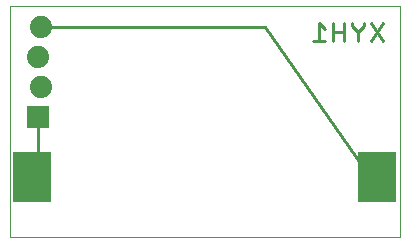
<source format=gbl>
G75*
%MOIN*%
%OFA0B0*%
%FSLAX25Y25*%
%IPPOS*%
%LPD*%
%AMOC8*
5,1,8,0,0,1.08239X$1,22.5*
%
%ADD10C,0.00000*%
%ADD11C,0.01100*%
%ADD12R,0.13000X0.17000*%
%ADD13R,0.07400X0.07400*%
%ADD14C,0.07400*%
%ADD15C,0.01000*%
%ADD16C,0.01600*%
D10*
X0004867Y0024750D02*
X0004867Y0101915D01*
X0134985Y0101915D01*
X0134985Y0024750D01*
X0004867Y0024750D01*
D11*
X0106043Y0090300D02*
X0109980Y0090300D01*
X0108012Y0090300D02*
X0108012Y0096205D01*
X0109980Y0094237D01*
X0112489Y0093253D02*
X0116426Y0093253D01*
X0118934Y0095221D02*
X0118934Y0096205D01*
X0118934Y0095221D02*
X0120903Y0093253D01*
X0120903Y0090300D01*
X0120903Y0093253D02*
X0122871Y0095221D01*
X0122871Y0096205D01*
X0125380Y0096205D02*
X0129317Y0090300D01*
X0125380Y0090300D02*
X0129317Y0096205D01*
X0116426Y0096205D02*
X0116426Y0090300D01*
X0112489Y0090300D02*
X0112489Y0096205D01*
D12*
X0127367Y0044750D03*
X0012367Y0044750D03*
D13*
X0014367Y0064750D03*
D14*
X0015367Y0074750D03*
X0014367Y0084750D03*
X0015367Y0094750D03*
D15*
X0089867Y0094750D01*
X0124867Y0044750D01*
X0127367Y0044750D01*
X0127367Y0049750D01*
X0014867Y0044750D02*
X0012367Y0044750D01*
X0014367Y0044750D02*
X0014367Y0064750D01*
D16*
X0014367Y0044750D02*
X0014867Y0044750D01*
M02*

</source>
